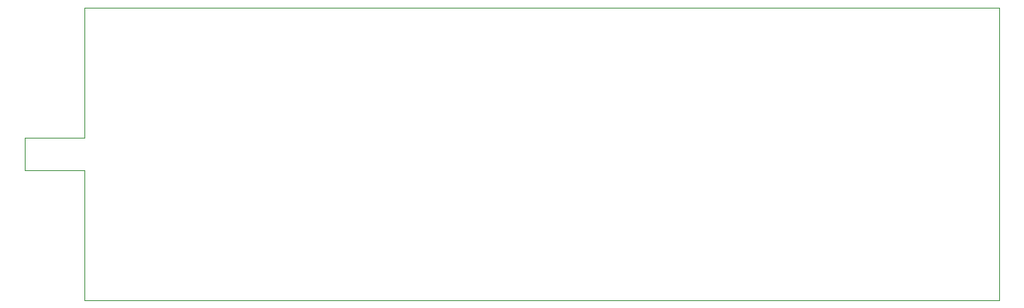
<source format=gm1>
G04 Layer_Color=65535*
%FSLAX43Y43*%
%MOMM*%
G71*
G01*
G75*
%ADD28C,0.100*%
D28*
X0Y0D02*
Y14233D01*
Y17748D02*
Y32000D01*
Y0D02*
X100000D01*
X-6515Y17748D02*
X0D01*
X-6515Y14248D02*
Y17748D01*
Y14248D02*
X0D01*
X100000Y0D02*
Y32000D01*
X0D02*
X100000D01*
M02*

</source>
